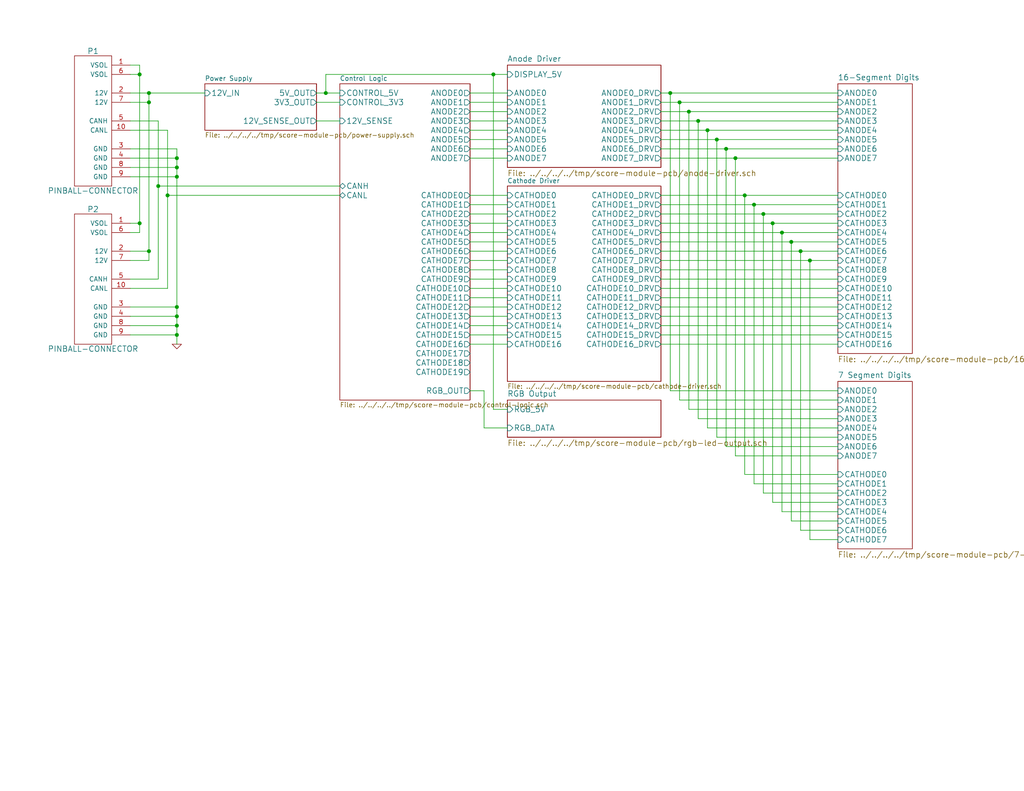
<source format=kicad_sch>
(kicad_sch (version 20230121) (generator eeschema)
  (paper "USLetter")
  (title_block (title "DIYPinball Score Display Module") (date "Tuesday, August 04, 2015") (rev "1.0") (company "DIYPinball.ca"))
  (lib_symbols
    (symbol "diypinball-parts:PINBALL-CONNECTOR" (pin_names (offset 1.016))
      (property "Reference" "P" (at 0 19.05 0))
      (property "Value" "PINBALL-CONNECTOR" (at 0 -19.05 0))
      (symbol "PINBALL-CONNECTOR_0_1"
        (rectangle (start 5.08 17.78) (end -5.08 -17.78))
      )
      (symbol "PINBALL-CONNECTOR_1_1"
        (pin power_in line (at 10.16 15.24 180) (length 5.08) (name "VSOL") (number "1"))
        (pin bidirectional line (at 10.16 -2.54 180) (length 5.08) (name "CANL") (number "10"))
        (pin power_in line (at 10.16 7.62 180) (length 5.08) (name "12V") (number "2"))
        (pin power_in line (at 10.16 -7.62 180) (length 5.08) (name "GND") (number "3"))
        (pin power_in line (at 10.16 -10.16 180) (length 5.08) (name "GND") (number "4"))
        (pin bidirectional line (at 10.16 0 180) (length 5.08) (name "CANH") (number "5"))
        (pin power_in line (at 10.16 12.7 180) (length 5.08) (name "VSOL") (number "6"))
        (pin power_in line (at 10.16 5.08 180) (length 5.08) (name "12V") (number "7"))
        (pin power_in line (at 10.16 -12.7 180) (length 5.08) (name "GND") (number "8"))
        (pin power_in line (at 10.16 -15.24 180) (length 5.08) (name "GND") (number "9"))
      )
    )
    (symbol "score-module-pcb-v1-rescue:GND-RESCUE-score-module-pcb-v1" (power) (pin_names (offset 0))
      (symbol "GND-RESCUE-score-module-pcb-v1_0_1"
        (polyline (pts (xy -1.27 0) (xy 0 -1.27) (xy 1.27 0) (xy -1.27 0)))
      )
      (symbol "GND-RESCUE-score-module-pcb-v1_1_1"
        (pin power_in line (at 0 0 90) (length 0) hide (name "GND") (number "1"))
      )
    )
  )
  (junction (at 195.58 38.1))
  (junction (at 88.9 25.4))
  (junction (at 48.26 88.9))
  (junction (at 48.26 48.26))
  (junction (at 38.1 60.96))
  (junction (at 134.62 20.32))
  (junction (at 43.18 50.8))
  (junction (at 48.26 43.18))
  (junction (at 220.98 71.12))
  (junction (at 38.1 20.32))
  (junction (at 200.66 43.18))
  (junction (at 210.82 60.96))
  (junction (at 185.42 27.94))
  (junction (at 205.74 55.88))
  (junction (at 198.12 40.64))
  (junction (at 48.26 45.72))
  (junction (at 48.26 83.82))
  (junction (at 40.64 68.58))
  (junction (at 215.9 66.04))
  (junction (at 48.26 86.36))
  (junction (at 213.36 63.5))
  (junction (at 40.64 25.4))
  (junction (at 218.44 68.58))
  (junction (at 182.88 25.4))
  (junction (at 45.72 53.34))
  (junction (at 48.26 91.44))
  (junction (at 187.96 30.48))
  (junction (at 208.28 58.42))
  (junction (at 40.64 27.94))
  (junction (at 193.04 35.56))
  (junction (at 190.5 33.02))
  (junction (at 203.2 53.34))
  (wire (pts (xy 205.74 132.08) (xy 228.6 132.08)))
  (wire (pts (xy 40.64 25.4) (xy 40.64 27.94)))
  (wire (pts (xy 40.64 68.58) (xy 35.56 68.58)))
  (wire (pts (xy 38.1 17.78) (xy 38.1 20.32)))
  (wire (pts (xy 210.82 60.96) (xy 228.6 60.96)))
  (wire (pts (xy 35.56 20.32) (xy 38.1 20.32)))
  (wire (pts (xy 35.56 88.9) (xy 48.26 88.9)))
  (wire (pts (xy 180.34 83.82) (xy 228.6 83.82)))
  (wire (pts (xy 48.26 43.18) (xy 48.26 45.72)))
  (wire (pts (xy 48.26 91.44) (xy 48.26 93.98)))
  (wire (pts (xy 200.66 43.18) (xy 228.6 43.18)))
  (wire (pts (xy 128.27 38.1) (xy 138.43 38.1)))
  (wire (pts (xy 180.34 43.18) (xy 200.66 43.18)))
  (wire (pts (xy 48.26 40.64) (xy 35.56 40.64)))
  (wire (pts (xy 35.56 33.02) (xy 43.18 33.02)))
  (wire (pts (xy 228.6 121.92) (xy 198.12 121.92)))
  (wire (pts (xy 203.2 53.34) (xy 203.2 129.54)))
  (wire (pts (xy 128.27 33.02) (xy 138.43 33.02)))
  (wire (pts (xy 38.1 20.32) (xy 38.1 60.96)))
  (wire (pts (xy 86.36 25.4) (xy 88.9 25.4)))
  (wire (pts (xy 134.62 20.32) (xy 88.9 20.32)))
  (wire (pts (xy 138.43 71.12) (xy 128.27 71.12)))
  (wire (pts (xy 180.34 86.36) (xy 228.6 86.36)))
  (wire (pts (xy 45.72 78.74) (xy 35.56 78.74)))
  (wire (pts (xy 35.56 27.94) (xy 40.64 27.94)))
  (wire (pts (xy 180.34 78.74) (xy 228.6 78.74)))
  (wire (pts (xy 88.9 20.32) (xy 88.9 25.4)))
  (wire (pts (xy 180.34 55.88) (xy 205.74 55.88)))
  (wire (pts (xy 180.34 68.58) (xy 218.44 68.58)))
  (wire (pts (xy 128.27 58.42) (xy 138.43 58.42)))
  (wire (pts (xy 195.58 38.1) (xy 195.58 119.38)))
  (wire (pts (xy 138.43 30.48) (xy 128.27 30.48)))
  (wire (pts (xy 210.82 137.16) (xy 228.6 137.16)))
  (wire (pts (xy 45.72 35.56) (xy 45.72 53.34)))
  (wire (pts (xy 48.26 86.36) (xy 48.26 88.9)))
  (wire (pts (xy 193.04 116.84) (xy 193.04 35.56)))
  (wire (pts (xy 128.27 73.66) (xy 138.43 73.66)))
  (wire (pts (xy 198.12 40.64) (xy 228.6 40.64)))
  (wire (pts (xy 180.34 73.66) (xy 228.6 73.66)))
  (wire (pts (xy 35.56 17.78) (xy 38.1 17.78)))
  (wire (pts (xy 215.9 66.04) (xy 215.9 142.24)))
  (wire (pts (xy 200.66 124.46) (xy 228.6 124.46)))
  (wire (pts (xy 180.34 38.1) (xy 195.58 38.1)))
  (wire (pts (xy 132.08 106.68) (xy 132.08 116.84)))
  (wire (pts (xy 228.6 111.76) (xy 187.96 111.76)))
  (wire (pts (xy 43.18 50.8) (xy 92.71 50.8)))
  (wire (pts (xy 215.9 142.24) (xy 228.6 142.24)))
  (wire (pts (xy 215.9 66.04) (xy 228.6 66.04)))
  (wire (pts (xy 35.56 48.26) (xy 48.26 48.26)))
  (wire (pts (xy 195.58 38.1) (xy 228.6 38.1)))
  (wire (pts (xy 180.34 81.28) (xy 228.6 81.28)))
  (wire (pts (xy 48.26 88.9) (xy 48.26 91.44)))
  (wire (pts (xy 218.44 144.78) (xy 228.6 144.78)))
  (wire (pts (xy 180.34 30.48) (xy 187.96 30.48)))
  (wire (pts (xy 213.36 63.5) (xy 213.36 139.7)))
  (wire (pts (xy 35.56 91.44) (xy 48.26 91.44)))
  (wire (pts (xy 205.74 55.88) (xy 228.6 55.88)))
  (wire (pts (xy 213.36 63.5) (xy 228.6 63.5)))
  (wire (pts (xy 180.34 63.5) (xy 213.36 63.5)))
  (wire (pts (xy 180.34 71.12) (xy 220.98 71.12)))
  (wire (pts (xy 213.36 139.7) (xy 228.6 139.7)))
  (wire (pts (xy 208.28 58.42) (xy 228.6 58.42)))
  (wire (pts (xy 220.98 71.12) (xy 228.6 71.12)))
  (wire (pts (xy 187.96 30.48) (xy 228.6 30.48)))
  (wire (pts (xy 35.56 86.36) (xy 48.26 86.36)))
  (wire (pts (xy 40.64 27.94) (xy 40.64 68.58)))
  (wire (pts (xy 132.08 116.84) (xy 138.43 116.84)))
  (wire (pts (xy 128.27 27.94) (xy 138.43 27.94)))
  (wire (pts (xy 48.26 40.64) (xy 48.26 43.18)))
  (wire (pts (xy 185.42 109.22) (xy 185.42 27.94)))
  (wire (pts (xy 138.43 20.32) (xy 134.62 20.32)))
  (wire (pts (xy 180.34 53.34) (xy 203.2 53.34)))
  (wire (pts (xy 128.27 106.68) (xy 132.08 106.68)))
  (wire (pts (xy 138.43 40.64) (xy 128.27 40.64)))
  (wire (pts (xy 138.43 66.04) (xy 128.27 66.04)))
  (wire (pts (xy 180.34 91.44) (xy 228.6 91.44)))
  (wire (pts (xy 35.56 25.4) (xy 40.64 25.4)))
  (wire (pts (xy 45.72 35.56) (xy 35.56 35.56)))
  (wire (pts (xy 128.27 43.18) (xy 138.43 43.18)))
  (wire (pts (xy 180.34 93.98) (xy 228.6 93.98)))
  (wire (pts (xy 180.34 76.2) (xy 228.6 76.2)))
  (wire (pts (xy 205.74 55.88) (xy 205.74 132.08)))
  (wire (pts (xy 200.66 43.18) (xy 200.66 124.46)))
  (wire (pts (xy 43.18 50.8) (xy 43.18 76.2)))
  (wire (pts (xy 210.82 60.96) (xy 210.82 137.16)))
  (wire (pts (xy 220.98 71.12) (xy 220.98 147.32)))
  (wire (pts (xy 138.43 93.98) (xy 128.27 93.98)))
  (wire (pts (xy 193.04 35.56) (xy 228.6 35.56)))
  (wire (pts (xy 208.28 58.42) (xy 208.28 134.62)))
  (wire (pts (xy 128.27 78.74) (xy 138.43 78.74)))
  (wire (pts (xy 45.72 53.34) (xy 92.71 53.34)))
  (wire (pts (xy 180.34 25.4) (xy 182.88 25.4)))
  (wire (pts (xy 138.43 55.88) (xy 128.27 55.88)))
  (wire (pts (xy 180.34 35.56) (xy 193.04 35.56)))
  (wire (pts (xy 228.6 116.84) (xy 193.04 116.84)))
  (wire (pts (xy 48.26 45.72) (xy 48.26 48.26)))
  (wire (pts (xy 40.64 68.58) (xy 40.64 71.12)))
  (wire (pts (xy 138.43 25.4) (xy 128.27 25.4)))
  (wire (pts (xy 134.62 111.76) (xy 134.62 20.32)))
  (wire (pts (xy 86.36 27.94) (xy 92.71 27.94)))
  (wire (pts (xy 228.6 114.3) (xy 190.5 114.3)))
  (wire (pts (xy 38.1 60.96) (xy 38.1 63.5)))
  (wire (pts (xy 128.27 53.34) (xy 138.43 53.34)))
  (wire (pts (xy 35.56 60.96) (xy 38.1 60.96)))
  (wire (pts (xy 182.88 106.68) (xy 182.88 25.4)))
  (wire (pts (xy 218.44 68.58) (xy 228.6 68.58)))
  (wire (pts (xy 35.56 45.72) (xy 48.26 45.72)))
  (wire (pts (xy 180.34 40.64) (xy 198.12 40.64)))
  (wire (pts (xy 88.9 25.4) (xy 92.71 25.4)))
  (wire (pts (xy 190.5 114.3) (xy 190.5 33.02)))
  (wire (pts (xy 203.2 129.54) (xy 228.6 129.54)))
  (wire (pts (xy 45.72 53.34) (xy 45.72 78.74)))
  (wire (pts (xy 185.42 27.94) (xy 228.6 27.94)))
  (wire (pts (xy 35.56 83.82) (xy 48.26 83.82)))
  (wire (pts (xy 180.34 33.02) (xy 190.5 33.02)))
  (wire (pts (xy 180.34 66.04) (xy 215.9 66.04)))
  (wire (pts (xy 138.43 111.76) (xy 134.62 111.76)))
  (wire (pts (xy 218.44 68.58) (xy 218.44 144.78)))
  (wire (pts (xy 138.43 81.28) (xy 128.27 81.28)))
  (wire (pts (xy 180.34 88.9) (xy 228.6 88.9)))
  (wire (pts (xy 128.27 83.82) (xy 138.43 83.82)))
  (wire (pts (xy 92.71 33.02) (xy 86.36 33.02)))
  (wire (pts (xy 187.96 111.76) (xy 187.96 30.48)))
  (wire (pts (xy 128.27 68.58) (xy 138.43 68.58)))
  (wire (pts (xy 203.2 53.34) (xy 228.6 53.34)))
  (wire (pts (xy 128.27 88.9) (xy 138.43 88.9)))
  (wire (pts (xy 35.56 43.18) (xy 48.26 43.18)))
  (wire (pts (xy 180.34 27.94) (xy 185.42 27.94)))
  (wire (pts (xy 220.98 147.32) (xy 228.6 147.32)))
  (wire (pts (xy 43.18 33.02) (xy 43.18 50.8)))
  (wire (pts (xy 190.5 33.02) (xy 228.6 33.02)))
  (wire (pts (xy 138.43 76.2) (xy 128.27 76.2)))
  (wire (pts (xy 182.88 25.4) (xy 228.6 25.4)))
  (wire (pts (xy 40.64 25.4) (xy 55.88 25.4)))
  (wire (pts (xy 48.26 48.26) (xy 48.26 83.82)))
  (wire (pts (xy 208.28 134.62) (xy 228.6 134.62)))
  (wire (pts (xy 138.43 86.36) (xy 128.27 86.36)))
  (wire (pts (xy 228.6 109.22) (xy 185.42 109.22)))
  (wire (pts (xy 228.6 106.68) (xy 182.88 106.68)))
  (wire (pts (xy 40.64 71.12) (xy 35.56 71.12)))
  (wire (pts (xy 138.43 91.44) (xy 128.27 91.44)))
  (wire (pts (xy 38.1 63.5) (xy 35.56 63.5)))
  (wire (pts (xy 195.58 119.38) (xy 228.6 119.38)))
  (wire (pts (xy 48.26 83.82) (xy 48.26 86.36)))
  (wire (pts (xy 198.12 121.92) (xy 198.12 40.64)))
  (wire (pts (xy 138.43 60.96) (xy 128.27 60.96)))
  (wire (pts (xy 138.43 35.56) (xy 128.27 35.56)))
  (wire (pts (xy 43.18 76.2) (xy 35.56 76.2)))
  (wire (pts (xy 128.27 63.5) (xy 138.43 63.5)))
  (wire (pts (xy 180.34 58.42) (xy 208.28 58.42)))
  (wire (pts (xy 180.34 60.96) (xy 210.82 60.96)))
  (symbol (lib_id "score-module-pcb-v1-rescue:GND-RESCUE-score-module-pcb-v1") (at 48.26 93.98 0) (unit 1)
    (property "Reference" "#PWR01" (effects hide))
    (property "Value" "GND" (effects hide))
  )
  (symbol (lib_id "diypinball-parts:PINBALL-CONNECTOR") (at 25.4 33.02 0) (unit 1)
    (property "Reference" "P1" (at 25.4 13.97 0) (effects (font (size 1.524 1.524))))
    (property "Value" "PINBALL-CONNECTOR" (at 25.4 52.07 0) (effects (font (size 1.524 1.524))))
    (property "Footprint" "PinballParts:PINBALL-CONNECTOR-V" (effects hide))
  )
  (symbol (lib_id "diypinball-parts:PINBALL-CONNECTOR") (at 25.4 76.2 0) (unit 1)
    (property "Reference" "P2" (at 25.4 57.15 0) (effects (font (size 1.524 1.524))))
    (property "Value" "PINBALL-CONNECTOR" (at 25.4 95.25 0) (effects (font (size 1.524 1.524))))
    (property "Footprint" "PinballParts:PINBALL-CONNECTOR-V" (effects hide))
  )
  (sheet (at 55.88 22.86) (size 30.48 12.7)
    (property "Sheetname" "Power Supply" (at 55.88 22.1484 0) (effects (justify left bottom)))
    (property "Sheetfile" "../../../../tmp/score-module-pcb/power-supply.sch" (at 55.88 36.1446 0) (effects (justify left top)))
    (pin "12V_IN" input (at 55.88 25.4 180) (effects (font (size 1.524 1.524))))
    (pin "5V_OUT" output (at 86.36 25.4 0) (effects (font (size 1.524 1.524))))
    (pin "3V3_OUT" output (at 86.36 27.94 0) (effects (font (size 1.524 1.524))))
    (pin "12V_SENSE_OUT" output (at 86.36 33.02 0) (effects (font (size 1.524 1.524))))
  )
  (sheet (at 138.43 50.8) (size 41.91 53.34)
    (property "Sheetname" "Cathode Driver" (at 138.43 50.0884 0) (effects (justify left bottom)))
    (property "Sheetfile" "../../../../tmp/score-module-pcb/cathode-driver.sch" (at 138.43 104.7246 0) (effects (justify left top)))
    (pin "CATHODE3" input (at 138.43 60.96 180) (effects (font (size 1.524 1.524))))
    (pin "CATHODE2" input (at 138.43 58.42 180) (effects (font (size 1.524 1.524))))
    (pin "CATHODE1" input (at 138.43 55.88 180) (effects (font (size 1.524 1.524))))
    (pin "CATHODE0" input (at 138.43 53.34 180) (effects (font (size 1.524 1.524))))
    (pin "CATHODE4" input (at 138.43 63.5 180) (effects (font (size 1.524 1.524))))
    (pin "CATHODE5" input (at 138.43 66.04 180) (effects (font (size 1.524 1.524))))
    (pin "CATHODE6" input (at 138.43 68.58 180) (effects (font (size 1.524 1.524))))
    (pin "CATHODE7" input (at 138.43 71.12 180) (effects (font (size 1.524 1.524))))
    (pin "CATHODE8" input (at 138.43 73.66 180) (effects (font (size 1.524 1.524))))
    (pin "CATHODE9" input (at 138.43 76.2 180) (effects (font (size 1.524 1.524))))
    (pin "CATHODE10" input (at 138.43 78.74 180) (effects (font (size 1.524 1.524))))
    (pin "CATHODE11" input (at 138.43 81.28 180) (effects (font (size 1.524 1.524))))
    (pin "CATHODE12" input (at 138.43 83.82 180) (effects (font (size 1.524 1.524))))
    (pin "CATHODE13" input (at 138.43 86.36 180) (effects (font (size 1.524 1.524))))
    (pin "CATHODE14" input (at 138.43 88.9 180) (effects (font (size 1.524 1.524))))
    (pin "CATHODE15" input (at 138.43 91.44 180) (effects (font (size 1.524 1.524))))
    (pin "CATHODE0_DRV" output (at 180.34 53.34 0) (effects (font (size 1.524 1.524))))
    (pin "CATHODE2_DRV" output (at 180.34 58.42 0) (effects (font (size 1.524 1.524))))
    (pin "CATHODE4_DRV" output (at 180.34 63.5 0) (effects (font (size 1.524 1.524))))
    (pin "CATHODE6_DRV" output (at 180.34 68.58 0) (effects (font (size 1.524 1.524))))
    (pin "CATHODE8_DRV" output (at 180.34 73.66 0) (effects (font (size 1.524 1.524))))
    (pin "CATHODE10_DRV" output (at 180.34 78.74 0) (effects (font (size 1.524 1.524))))
    (pin "CATHODE12_DRV" output (at 180.34 83.82 0) (effects (font (size 1.524 1.524))))
    (pin "CATHODE14_DRV" output (at 180.34 88.9 0) (effects (font (size 1.524 1.524))))
    (pin "CATHODE1_DRV" output (at 180.34 55.88 0) (effects (font (size 1.524 1.524))))
    (pin "CATHODE3_DRV" output (at 180.34 60.96 0) (effects (font (size 1.524 1.524))))
    (pin "CATHODE5_DRV" output (at 180.34 66.04 0) (effects (font (size 1.524 1.524))))
    (pin "CATHODE7_DRV" output (at 180.34 71.12 0) (effects (font (size 1.524 1.524))))
    (pin "CATHODE9_DRV" output (at 180.34 76.2 0) (effects (font (size 1.524 1.524))))
    (pin "CATHODE11_DRV" output (at 180.34 81.28 0) (effects (font (size 1.524 1.524))))
    (pin "CATHODE13_DRV" output (at 180.34 86.36 0) (effects (font (size 1.524 1.524))))
    (pin "CATHODE15_DRV" output (at 180.34 91.44 0) (effects (font (size 1.524 1.524))))
    (pin "CATHODE16" input (at 138.43 93.98 180) (effects (font (size 1.524 1.524))))
    (pin "CATHODE16_DRV" output (at 180.34 93.98 0) (effects (font (size 1.524 1.524))))
  )
  (sheet (at 92.71 22.86) (size 35.56 86.36)
    (property "Sheetname" "Control Logic" (at 92.71 22.1484 0) (effects (justify left bottom)))
    (property "Sheetfile" "../../../../tmp/score-module-pcb/control-logic.sch" (at 92.71 109.8046 0) (effects (justify left top)))
    (pin "12V_SENSE" input (at 92.71 33.02 180) (effects (font (size 1.524 1.524))))
    (pin "CONTROL_5V" input (at 92.71 25.4 180) (effects (font (size 1.524 1.524))))
    (pin "CONTROL_3V3" input (at 92.71 27.94 180) (effects (font (size 1.524 1.524))))
    (pin "CANH" bidirectional (at 92.71 50.8 180) (effects (font (size 1.524 1.524))))
    (pin "CANL" bidirectional (at 92.71 53.34 180) (effects (font (size 1.524 1.524))))
    (pin "CATHODE0" output (at 128.27 53.34 0) (effects (font (size 1.524 1.524))))
    (pin "CATHODE1" output (at 128.27 55.88 0) (effects (font (size 1.524 1.524))))
    (pin "CATHODE2" output (at 128.27 58.42 0) (effects (font (size 1.524 1.524))))
    (pin "CATHODE3" output (at 128.27 60.96 0) (effects (font (size 1.524 1.524))))
    (pin "CATHODE4" output (at 128.27 63.5 0) (effects (font (size 1.524 1.524))))
    (pin "CATHODE5" output (at 128.27 66.04 0) (effects (font (size 1.524 1.524))))
    (pin "CATHODE6" output (at 128.27 68.58 0) (effects (font (size 1.524 1.524))))
    (pin "CATHODE7" output (at 128.27 71.12 0) (effects (font (size 1.524 1.524))))
    (pin "CATHODE8" output (at 128.27 73.66 0) (effects (font (size 1.524 1.524))))
    (pin "CATHODE9" output (at 128.27 76.2 0) (effects (font (size 1.524 1.524))))
    (pin "CATHODE10" output (at 128.27 78.74 0) (effects (font (size 1.524 1.524))))
    (pin "CATHODE11" output (at 128.27 81.28 0) (effects (font (size 1.524 1.524))))
    (pin "CATHODE12" output (at 128.27 83.82 0) (effects (font (size 1.524 1.524))))
    (pin "CATHODE13" output (at 128.27 86.36 0) (effects (font (size 1.524 1.524))))
    (pin "CATHODE14" output (at 128.27 88.9 0) (effects (font (size 1.524 1.524))))
    (pin "CATHODE15" output (at 128.27 91.44 0) (effects (font (size 1.524 1.524))))
    (pin "CATHODE16" output (at 128.27 93.98 0) (effects (font (size 1.524 1.524))))
    (pin "CATHODE17" output (at 128.27 96.52 0) (effects (font (size 1.524 1.524))))
    (pin "CATHODE18" output (at 128.27 99.06 0) (effects (font (size 1.524 1.524))))
    (pin "CATHODE19" output (at 128.27 101.6 0) (effects (font (size 1.524 1.524))))
    (pin "ANODE0" output (at 128.27 25.4 0) (effects (font (size 1.524 1.524))))
    (pin "ANODE1" output (at 128.27 27.94 0) (effects (font (size 1.524 1.524))))
    (pin "ANODE2" output (at 128.27 30.48 0) (effects (font (size 1.524 1.524))))
    (pin "ANODE4" output (at 128.27 35.56 0) (effects (font (size 1.524 1.524))))
    (pin "ANODE5" output (at 128.27 38.1 0) (effects (font (size 1.524 1.524))))
    (pin "ANODE6" output (at 128.27 40.64 0) (effects (font (size 1.524 1.524))))
    (pin "ANODE7" output (at 128.27 43.18 0) (effects (font (size 1.524 1.524))))
    (pin "ANODE3" output (at 128.27 33.02 0) (effects (font (size 1.524 1.524))))
    (pin "RGB_OUT" output (at 128.27 106.68 0) (effects (font (size 1.524 1.524))))
  )
  (sheet (at 138.43 17.78) (size 41.91 27.94)
    (property "Sheetname" "Anode Driver" (at 138.43 16.9414 0) (effects (font (size 1.524 1.524)) (justify left bottom)))
    (property "Sheetfile" "../../../../tmp/score-module-pcb/anode-driver.sch" (at 138.43 46.4062 0) (effects (font (size 1.524 1.524)) (justify left top)))
    (pin "DISPLAY_5V" input (at 138.43 20.32 180) (effects (font (size 1.524 1.524))))
    (pin "ANODE3" input (at 138.43 33.02 180) (effects (font (size 1.524 1.524))))
    (pin "ANODE2" input (at 138.43 30.48 180) (effects (font (size 1.524 1.524))))
    (pin "ANODE1" input (at 138.43 27.94 180) (effects (font (size 1.524 1.524))))
    (pin "ANODE0" input (at 138.43 25.4 180) (effects (font (size 1.524 1.524))))
    (pin "ANODE4" input (at 138.43 35.56 180) (effects (font (size 1.524 1.524))))
    (pin "ANODE5" input (at 138.43 38.1 180) (effects (font (size 1.524 1.524))))
    (pin "ANODE6" input (at 138.43 40.64 180) (effects (font (size 1.524 1.524))))
    (pin "ANODE7" input (at 138.43 43.18 180) (effects (font (size 1.524 1.524))))
    (pin "ANODE0_DRV" output (at 180.34 25.4 0) (effects (font (size 1.524 1.524))))
    (pin "ANODE1_DRV" output (at 180.34 27.94 0) (effects (font (size 1.524 1.524))))
    (pin "ANODE2_DRV" output (at 180.34 30.48 0) (effects (font (size 1.524 1.524))))
    (pin "ANODE3_DRV" output (at 180.34 33.02 0) (effects (font (size 1.524 1.524))))
    (pin "ANODE7_DRV" output (at 180.34 43.18 0) (effects (font (size 1.524 1.524))))
    (pin "ANODE6_DRV" output (at 180.34 40.64 0) (effects (font (size 1.524 1.524))))
    (pin "ANODE5_DRV" output (at 180.34 38.1 0) (effects (font (size 1.524 1.524))))
    (pin "ANODE4_DRV" output (at 180.34 35.56 0) (effects (font (size 1.524 1.524))))
  )
  (sheet (at 228.6 22.86) (size 20.32 73.66)
    (property "Sheetname" "16-Segment Digits" (at 228.6 22.0214 0) (effects (font (size 1.524 1.524)) (justify left bottom)))
    (property "Sheetfile" "../../../../tmp/score-module-pcb/16-segment-digits.sch" (at 228.6 97.2062 0) (effects (font (size 1.524 1.524)) (justify left top)))
    (pin "ANODE0" input (at 228.6 25.4 180) (effects (font (size 1.524 1.524))))
    (pin "ANODE1" input (at 228.6 27.94 180) (effects (font (size 1.524 1.524))))
    (pin "ANODE2" input (at 228.6 30.48 180) (effects (font (size 1.524 1.524))))
    (pin "ANODE3" input (at 228.6 33.02 180) (effects (font (size 1.524 1.524))))
    (pin "CATHODE0" input (at 228.6 53.34 180) (effects (font (size 1.524 1.524))))
    (pin "CATHODE1" input (at 228.6 55.88 180) (effects (font (size 1.524 1.524))))
    (pin "CATHODE2" input (at 228.6 58.42 180) (effects (font (size 1.524 1.524))))
    (pin "CATHODE3" input (at 228.6 60.96 180) (effects (font (size 1.524 1.524))))
    (pin "CATHODE4" input (at 228.6 63.5 180) (effects (font (size 1.524 1.524))))
    (pin "CATHODE5" input (at 228.6 66.04 180) (effects (font (size 1.524 1.524))))
    (pin "CATHODE6" input (at 228.6 68.58 180) (effects (font (size 1.524 1.524))))
    (pin "CATHODE7" input (at 228.6 71.12 180) (effects (font (size 1.524 1.524))))
    (pin "CATHODE8" input (at 228.6 73.66 180) (effects (font (size 1.524 1.524))))
    (pin "CATHODE9" input (at 228.6 76.2 180) (effects (font (size 1.524 1.524))))
    (pin "CATHODE10" input (at 228.6 78.74 180) (effects (font (size 1.524 1.524))))
    (pin "CATHODE11" input (at 228.6 81.28 180) (effects (font (size 1.524 1.524))))
    (pin "CATHODE12" input (at 228.6 83.82 180) (effects (font (size 1.524 1.524))))
    (pin "CATHODE13" input (at 228.6 86.36 180) (effects (font (size 1.524 1.524))))
    (pin "CATHODE14" input (at 228.6 88.9 180) (effects (font (size 1.524 1.524))))
    (pin "CATHODE15" input (at 228.6 91.44 180) (effects (font (size 1.524 1.524))))
    (pin "ANODE4" input (at 228.6 35.56 180) (effects (font (size 1.524 1.524))))
    (pin "ANODE5" input (at 228.6 38.1 180) (effects (font (size 1.524 1.524))))
    (pin "ANODE6" input (at 228.6 40.64 180) (effects (font (size 1.524 1.524))))
    (pin "ANODE7" input (at 228.6 43.18 180) (effects (font (size 1.524 1.524))))
    (pin "CATHODE16" input (at 228.6 93.98 180) (effects (font (size 1.524 1.524))))
  )
  (sheet (at 228.6 104.14) (size 20.32 45.72)
    (property "Sheetname" "7 Segment Digits" (at 228.6 103.3014 0) (effects (font (size 1.524 1.524)) (justify left bottom)))
    (property "Sheetfile" "../../../../tmp/score-module-pcb/7-segment-digits.sch" (at 228.6 150.5462 0) (effects (font (size 1.524 1.524)) (justify left top)))
    (pin "ANODE0" input (at 228.6 106.68 180) (effects (font (size 1.524 1.524))))
    (pin "ANODE1" input (at 228.6 109.22 180) (effects (font (size 1.524 1.524))))
    (pin "ANODE2" input (at 228.6 111.76 180) (effects (font (size 1.524 1.524))))
    (pin "ANODE3" input (at 228.6 114.3 180) (effects (font (size 1.524 1.524))))
    (pin "CATHODE0" input (at 228.6 129.54 180) (effects (font (size 1.524 1.524))))
    (pin "CATHODE1" input (at 228.6 132.08 180) (effects (font (size 1.524 1.524))))
    (pin "CATHODE2" input (at 228.6 134.62 180) (effects (font (size 1.524 1.524))))
    (pin "CATHODE3" input (at 228.6 137.16 180) (effects (font (size 1.524 1.524))))
    (pin "CATHODE4" input (at 228.6 139.7 180) (effects (font (size 1.524 1.524))))
    (pin "CATHODE5" input (at 228.6 142.24 180) (effects (font (size 1.524 1.524))))
    (pin "CATHODE6" input (at 228.6 144.78 180) (effects (font (size 1.524 1.524))))
    (pin "CATHODE7" input (at 228.6 147.32 180) (effects (font (size 1.524 1.524))))
    (pin "ANODE4" input (at 228.6 116.84 180) (effects (font (size 1.524 1.524))))
    (pin "ANODE5" input (at 228.6 119.38 180) (effects (font (size 1.524 1.524))))
    (pin "ANODE6" input (at 228.6 121.92 180) (effects (font (size 1.524 1.524))))
    (pin "ANODE7" input (at 228.6 124.46 180) (effects (font (size 1.524 1.524))))
  )
  (sheet (at 138.43 109.22) (size 41.91 10.16)
    (property "Sheetname" "RGB Output" (at 138.43 108.3814 0) (effects (font (size 1.524 1.524)) (justify left bottom)))
    (property "Sheetfile" "../../../../tmp/score-module-pcb/rgb-led-output.sch" (at 138.43 120.0662 0) (effects (font (size 1.524 1.524)) (justify left top)))
    (pin "RGB_DATA" input (at 138.43 116.84 180) (effects (font (size 1.524 1.524))))
    (pin "RGB_5V" input (at 138.43 111.76 180) (effects (font (size 1.524 1.524))))
  )
)
</source>
